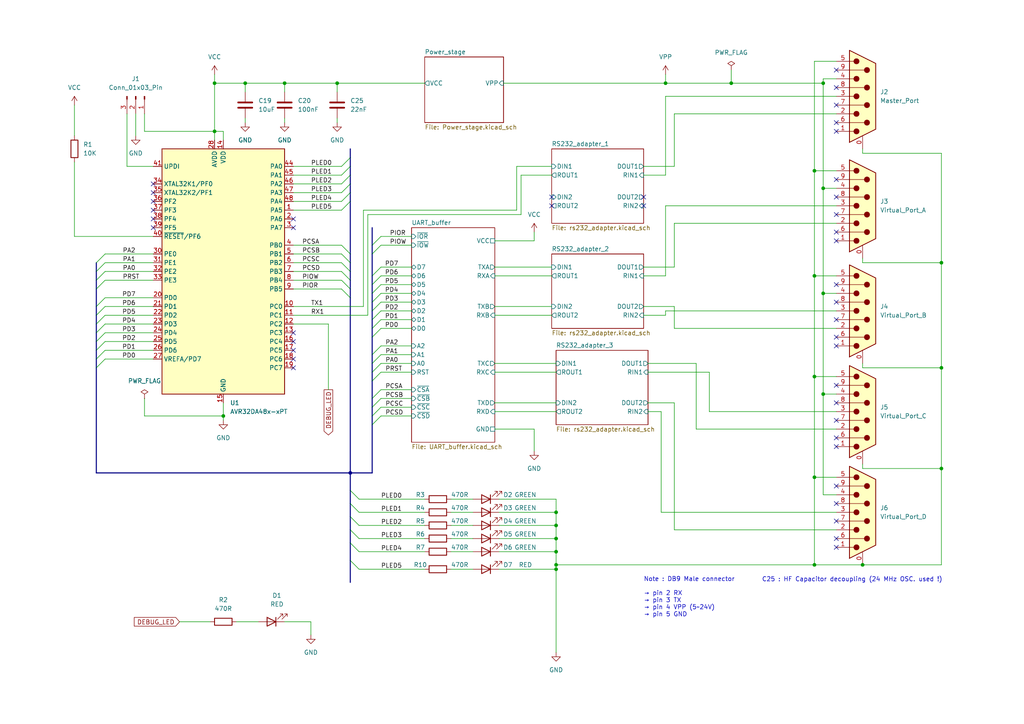
<source format=kicad_sch>
(kicad_sch (version 20230121) (generator eeschema)
  (paper "A4")
  (title_block (title "RS232_MUX") (date "2024-09-06") (rev "2.0") (company "INRAE"))
  (lib_symbols
    (symbol "Connector:Conn_01x03_Pin" (pin_names (offset 1.016) hide)
      (property "Reference" "J" (at 0 5.08 0))
      (property "Value" "Conn_01x03_Pin" (at 0 -5.08 0))
      (symbol "Conn_01x03_Pin_1_1"
        (polyline (pts (xy 1.27 -2.54) (xy 0.8636 -2.54)) (stroke (width 0.1524)))
        (polyline (pts (xy 1.27 0) (xy 0.8636 0)) (stroke (width 0.1524)))
        (polyline (pts (xy 1.27 2.54) (xy 0.8636 2.54)) (stroke (width 0.1524)))
        (rectangle (start 0.8636 -2.413) (end 0 -2.667) (stroke (width 0.1524)) (fill (type outline)))
        (rectangle (start 0.8636 0.127) (end 0 -0.127) (stroke (width 0.1524)) (fill (type outline)))
        (rectangle (start 0.8636 2.667) (end 0 2.413) (stroke (width 0.1524)) (fill (type outline)))
        (pin passive line (at 5.08 2.54 180) (length 3.81) (name "Pin_1") (number "1"))
        (pin passive line (at 5.08 0 180) (length 3.81) (name "Pin_2") (number "2"))
        (pin passive line (at 5.08 -2.54 180) (length 3.81) (name "Pin_3") (number "3"))
      )
    )
    (symbol "Connector:DE9_Plug_MountingHoles" (pin_names (offset 1.016) hide)
      (property "Reference" "J" (at 0 16.51 0))
      (property "Value" "DE9_Plug_MountingHoles" (at 0 14.605 0))
      (symbol "DE9_Plug_MountingHoles_0_1"
        (circle (center -1.778 -10.16) (radius 0.762) (fill (type outline)))
        (circle (center -1.778 -5.08) (radius 0.762) (fill (type outline)))
        (circle (center -1.778 0) (radius 0.762) (fill (type outline)))
        (circle (center -1.778 5.08) (radius 0.762) (fill (type outline)))
        (circle (center -1.778 10.16) (radius 0.762) (fill (type outline)))
        (polyline (pts (xy -3.81 -10.16) (xy -2.54 -10.16)))
        (polyline (pts (xy -3.81 -7.62) (xy 0.508 -7.62)))
        (polyline (pts (xy -3.81 -5.08) (xy -2.54 -5.08)))
        (polyline (pts (xy -3.81 -2.54) (xy 0.508 -2.54)))
        (polyline (pts (xy -3.81 0) (xy -2.54 0)))
        (polyline (pts (xy -3.81 2.54) (xy 0.508 2.54)))
        (polyline (pts (xy -3.81 5.08) (xy -2.54 5.08)))
        (polyline (pts (xy -3.81 7.62) (xy 0.508 7.62)))
        (polyline (pts (xy -3.81 10.16) (xy -2.54 10.16)))
        (polyline (pts (xy -3.81 -13.335) (xy -3.81 13.335) (xy 3.81 9.525) (xy 3.81 -9.525) (xy -3.81 -13.335)) (stroke (width 0.254)) (fill (type background)))
        (circle (center 1.27 -7.62) (radius 0.762) (fill (type outline)))
        (circle (center 1.27 -2.54) (radius 0.762) (fill (type outline)))
        (circle (center 1.27 2.54) (radius 0.762) (fill (type outline)))
        (circle (center 1.27 7.62) (radius 0.762) (fill (type outline)))
      )
      (symbol "DE9_Plug_MountingHoles_1_1"
        (pin passive line (at 0 -15.24 90) (length 3.81) (name "PAD") (number "0"))
        (pin passive line (at -7.62 -10.16 0) (length 3.81) (name "1") (number "1"))
        (pin passive line (at -7.62 -5.08 0) (length 3.81) (name "2") (number "2"))
        (pin passive line (at -7.62 0 0) (length 3.81) (name "3") (number "3"))
        (pin passive line (at -7.62 5.08 0) (length 3.81) (name "4") (number "4"))
        (pin passive line (at -7.62 10.16 0) (length 3.81) (name "5") (number "5"))
        (pin passive line (at -7.62 -7.62 0) (length 3.81) (name "6") (number "6"))
        (pin passive line (at -7.62 -2.54 0) (length 3.81) (name "7") (number "7"))
        (pin passive line (at -7.62 2.54 0) (length 3.81) (name "8") (number "8"))
        (pin passive line (at -7.62 7.62 0) (length 3.81) (name "9") (number "9"))
      )
    )
    (symbol "Device:C" (pin_numbers hide) (pin_names (offset 0.254))
      (property "Reference" "C" (at 0.635 2.54 0))
      (property "Value" "C" (at 0.635 -2.54 0))
      (symbol "C_0_1"
        (polyline (pts (xy -2.032 -0.762) (xy 2.032 -0.762)) (stroke (width 0.508)))
        (polyline (pts (xy -2.032 0.762) (xy 2.032 0.762)) (stroke (width 0.508)))
      )
      (symbol "C_1_1"
        (pin passive line (at 0 3.81 270) (length 2.794) (name "~") (number "1"))
        (pin passive line (at 0 -3.81 90) (length 2.794) (name "~") (number "2"))
      )
    )
    (symbol "Device:LED" (pin_numbers hide) (pin_names (offset 1.016) hide)
      (property "Reference" "D" (at 0 2.54 0))
      (property "Value" "LED" (at 0 -2.54 0))
      (symbol "LED_0_1"
        (polyline (pts (xy -1.27 -1.27) (xy -1.27 1.27)) (stroke (width 0.254)))
        (polyline (pts (xy -1.27 0) (xy 1.27 0)))
        (polyline (pts (xy 1.27 -1.27) (xy 1.27 1.27) (xy -1.27 0) (xy 1.27 -1.27)) (stroke (width 0.254)))
        (polyline (pts (xy -3.048 -0.762) (xy -4.572 -2.286) (xy -3.81 -2.286) (xy -4.572 -2.286) (xy -4.572 -1.524)))
        (polyline (pts (xy -1.778 -0.762) (xy -3.302 -2.286) (xy -2.54 -2.286) (xy -3.302 -2.286) (xy -3.302 -1.524)))
      )
      (symbol "LED_1_1"
        (pin passive line (at -3.81 0 0) (length 2.54) (name "K") (number "1"))
        (pin passive line (at 3.81 0 180) (length 2.54) (name "A") (number "2"))
      )
    )
    (symbol "Device:R" (pin_numbers hide) (pin_names (offset 0))
      (property "Reference" "R" (at 2.032 0 90))
      (property "Value" "R" (at 0 0 90))
      (symbol "R_0_1"
        (rectangle (start -1.016 -2.54) (end 1.016 2.54) (stroke (width 0.254)))
      )
      (symbol "R_1_1"
        (pin passive line (at 0 3.81 270) (length 1.27) (name "~") (number "1"))
        (pin passive line (at 0 -3.81 90) (length 1.27) (name "~") (number "2"))
      )
    )
    (symbol "MCU_Microchip_AVR_Dx:AVR32DA48x-xPT"
      (property "Reference" "U" (at -17.78 36.83 0))
      (property "Value" "AVR32DA48x-xPT" (at 5.08 -36.83 0))
      (symbol "AVR32DA48x-xPT_0_1"
        (rectangle (start -17.78 35.56) (end 17.78 -35.56) (stroke (width 0.254)) (fill (type background)))
      )
      (symbol "AVR32DA48x-xPT_1_1"
        (pin bidirectional line (at 20.32 17.78 180) (length 2.54) (name "PA5") (number "1"))
        (pin bidirectional line (at 20.32 -10.16 180) (length 2.54) (name "PC0") (number "10"))
        (pin bidirectional line (at 20.32 -12.7 180) (length 2.54) (name "PC1") (number "11"))
        (pin bidirectional line (at 20.32 -15.24 180) (length 2.54) (name "PC2") (number "12"))
        (pin bidirectional line (at 20.32 -17.78 180) (length 2.54) (name "PC3") (number "13"))
        (pin power_in line (at 0 38.1 270) (length 2.54) (name "VDD") (number "14"))
        (pin power_in line (at 0 -38.1 90) (length 2.54) (name "GND") (number "15"))
        (pin bidirectional line (at 20.32 -20.32 180) (length 2.54) (name "PC4") (number "16"))
        (pin bidirectional line (at 20.32 -22.86 180) (length 2.54) (name "PC5") (number "17"))
        (pin bidirectional line (at 20.32 -25.4 180) (length 2.54) (name "PC6") (number "18"))
        (pin bidirectional line (at 20.32 -27.94 180) (length 2.54) (name "PC7") (number "19"))
        (pin bidirectional line (at 20.32 15.24 180) (length 2.54) (name "PA6") (number "2"))
        (pin bidirectional line (at -20.32 -7.62 0) (length 2.54) (name "PD0") (number "20"))
        (pin bidirectional line (at -20.32 -10.16 0) (length 2.54) (name "PD1") (number "21"))
        (pin bidirectional line (at -20.32 -12.7 0) (length 2.54) (name "PD2") (number "22"))
        (pin bidirectional line (at -20.32 -15.24 0) (length 2.54) (name "PD3") (number "23"))
        (pin bidirectional line (at -20.32 -17.78 0) (length 2.54) (name "PD4") (number "24"))
        (pin bidirectional line (at -20.32 -20.32 0) (length 2.54) (name "PD5") (number "25"))
        (pin bidirectional line (at -20.32 -22.86 0) (length 2.54) (name "PD6") (number "26"))
        (pin bidirectional line (at -20.32 -25.4 0) (length 2.54) (name "VREFA/PD7") (number "27"))
        (pin power_in line (at -2.54 38.1 270) (length 2.54) (name "AVDD") (number "28"))
        (pin passive line (at 0 -38.1 90) (length 2.54) hide (name "GND") (number "29"))
        (pin bidirectional line (at 20.32 12.7 180) (length 2.54) (name "PA7") (number "3"))
        (pin bidirectional line (at -20.32 5.08 0) (length 2.54) (name "PE0") (number "30"))
        (pin bidirectional line (at -20.32 2.54 0) (length 2.54) (name "PE1") (number "31"))
        (pin bidirectional line (at -20.32 0 0) (length 2.54) (name "PE2") (number "32"))
        (pin bidirectional line (at -20.32 -2.54 0) (length 2.54) (name "PE3") (number "33"))
        (pin bidirectional line (at -20.32 25.4 0) (length 2.54) (name "XTAL32K1/PF0") (number "34"))
        (pin bidirectional line (at -20.32 22.86 0) (length 2.54) (name "XTAL32K2/PF1") (number "35"))
        (pin bidirectional line (at -20.32 20.32 0) (length 2.54) (name "PF2") (number "36"))
        (pin bidirectional line (at -20.32 17.78 0) (length 2.54) (name "PF3") (number "37"))
        (pin bidirectional line (at -20.32 15.24 0) (length 2.54) (name "PF4") (number "38"))
        (pin bidirectional line (at -20.32 12.7 0) (length 2.54) (name "PF5") (number "39"))
        (pin bidirectional line (at 20.32 7.62 180) (length 2.54) (name "PB0") (number "4"))
        (pin bidirectional line (at -20.32 10.16 0) (length 2.54) (name "~{RESET}/PF6") (number "40"))
        (pin input line (at -20.32 30.48 0) (length 2.54) (name "UPDI") (number "41"))
        (pin passive line (at 0 38.1 270) (length 2.54) hide (name "VDD") (number "42"))
        (pin passive line (at 0 -38.1 90) (length 2.54) hide (name "GND") (number "43"))
        (pin bidirectional line (at 20.32 30.48 180) (length 2.54) (name "PA0") (number "44"))
        (pin bidirectional line (at 20.32 27.94 180) (length 2.54) (name "PA1") (number "45"))
        (pin bidirectional line (at 20.32 25.4 180) (length 2.54) (name "PA2") (number "46"))
        (pin bidirectional line (at 20.32 22.86 180) (length 2.54) (name "PA3") (number "47"))
        (pin bidirectional line (at 20.32 20.32 180) (length 2.54) (name "PA4") (number "48"))
        (pin bidirectional line (at 20.32 5.08 180) (length 2.54) (name "PB1") (number "5"))
        (pin bidirectional line (at 20.32 2.54 180) (length 2.54) (name "PB2") (number "6"))
        (pin bidirectional line (at 20.32 0 180) (length 2.54) (name "PB3") (number "7"))
        (pin bidirectional line (at 20.32 -2.54 180) (length 2.54) (name "PB4") (number "8"))
        (pin bidirectional line (at 20.32 -5.08 180) (length 2.54) (name "PB5") (number "9"))
      )
    )
    (symbol "power:GND" (power) (pin_names (offset 0))
      (property "Value" "GND" (at 0 -3.81 0))
      (symbol "GND_0_1"
        (polyline (pts (xy 0 0) (xy 0 -1.27) (xy 1.27 -1.27) (xy 0 -2.54) (xy -1.27 -1.27) (xy 0 -1.27)))
      )
      (symbol "GND_1_1"
        (pin power_in line (at 0 0 270) (length 0) hide (name "GND") (number "1"))
      )
    )
    (symbol "power:PWR_FLAG" (power) (pin_numbers hide) (pin_names (offset 0) hide)
      (property "Value" "PWR_FLAG" (at 0 3.81 0))
      (symbol "PWR_FLAG_0_0"
        (pin power_out line (at 0 0 90) (length 0) (name "pwr") (number "1"))
      )
      (symbol "PWR_FLAG_0_1"
        (polyline (pts (xy 0 0) (xy 0 1.27) (xy -1.016 1.905) (xy 0 2.54) (xy 1.016 1.905) (xy 0 1.27)))
      )
    )
    (symbol "power:VCC" (power) (pin_names (offset 0))
      (property "Value" "VCC" (at 0 3.81 0))
      (symbol "VCC_0_1"
        (polyline (pts (xy -0.762 1.27) (xy 0 2.54)))
        (polyline (pts (xy 0 0) (xy 0 2.54)))
        (polyline (pts (xy 0 2.54) (xy 0.762 1.27)))
      )
      (symbol "VCC_1_1"
        (pin power_in line (at 0 0 90) (length 0) hide (name "VCC") (number "1"))
      )
    )
    (symbol "power:VPP" (power) (pin_names (offset 0))
      (property "Value" "VPP" (at 0 3.81 0))
      (symbol "VPP_0_1"
        (polyline (pts (xy -0.762 1.27) (xy 0 2.54)))
        (polyline (pts (xy 0 0) (xy 0 2.54)))
        (polyline (pts (xy 0 2.54) (xy 0.762 1.27)))
      )
      (symbol "VPP_1_1"
        (pin power_in line (at 0 0 90) (length 0) hide (name "VPP") (number "1"))
      )
    )
  )
  (junction (at 250.19 163.83))
  (junction (at 161.29 152.4))
  (junction (at 101.6 137.16))
  (junction (at 161.29 156.21))
  (junction (at 236.22 49.53))
  (junction (at 273.05 135.89))
  (junction (at 273.05 76.2))
  (junction (at 236.22 138.43))
  (junction (at 62.23 38.1))
  (junction (at 238.76 85.09))
  (junction (at 82.55 24.13))
  (junction (at 161.29 165.1))
  (junction (at 193.04 24.13))
  (junction (at 161.29 148.59))
  (junction (at 161.29 160.02))
  (junction (at 236.22 163.83))
  (junction (at 71.12 24.13))
  (junction (at 97.79 24.13))
  (junction (at 161.29 163.83))
  (junction (at 64.77 120.65))
  (junction (at 238.76 54.61))
  (junction (at 238.76 24.13))
  (junction (at 273.05 106.68))
  (junction (at 212.09 24.13))
  (junction (at 238.76 114.3))
  (junction (at 62.23 24.13))
  (junction (at 236.22 109.22))
  (junction (at 236.22 80.01))
  (no_connect (at 160.02 59.69))
  (no_connect (at 85.09 101.6))
  (no_connect (at 242.57 127))
  (no_connect (at 242.57 156.21))
  (no_connect (at 242.57 25.4))
  (no_connect (at 44.45 58.42))
  (no_connect (at 85.09 99.06))
  (no_connect (at 186.69 59.69))
  (no_connect (at 242.57 100.33))
  (no_connect (at 44.45 66.04))
  (no_connect (at 242.57 158.75))
  (no_connect (at 242.57 146.05))
  (no_connect (at 242.57 116.84))
  (no_connect (at 242.57 67.31))
  (no_connect (at 242.57 82.55))
  (no_connect (at 242.57 87.63))
  (no_connect (at 186.69 57.15))
  (no_connect (at 44.45 63.5))
  (no_connect (at 242.57 52.07))
  (no_connect (at 242.57 30.48))
  (no_connect (at 44.45 60.96))
  (no_connect (at 242.57 38.1))
  (no_connect (at 242.57 151.13))
  (no_connect (at 85.09 63.5))
  (no_connect (at 242.57 121.92))
  (no_connect (at 242.57 57.15))
  (no_connect (at 242.57 129.54))
  (no_connect (at 85.09 96.52))
  (no_connect (at 85.09 106.68))
  (no_connect (at 242.57 140.97))
  (no_connect (at 242.57 35.56))
  (no_connect (at 44.45 53.34))
  (no_connect (at 242.57 20.32))
  (no_connect (at 44.45 55.88))
  (no_connect (at 85.09 104.14))
  (no_connect (at 242.57 69.85))
  (no_connect (at 242.57 97.79))
  (no_connect (at 85.09 66.04))
  (no_connect (at 160.02 57.15))
  (no_connect (at 242.57 111.76))
  (no_connect (at 242.57 92.71))
  (no_connect (at 242.57 62.23))
  (bus_entry (at 27.94 91.44) (size 2.54 -2.54))
  (bus_entry (at 27.94 101.6) (size 2.54 -2.54))
  (bus_entry (at 99.06 83.82) (size 2.54 2.54))
  (bus_entry (at 27.94 99.06) (size 2.54 -2.54))
  (bus_entry (at 107.95 82.55) (size 2.54 -2.54))
  (bus_entry (at 107.95 92.71) (size 2.54 -2.54))
  (bus_entry (at 27.94 93.98) (size 2.54 -2.54))
  (bus_entry (at 27.94 83.82) (size 2.54 -2.54))
  (bus_entry (at 27.94 96.52) (size 2.54 -2.54))
  (bus_entry (at 107.95 80.01) (size 2.54 -2.54))
  (bus_entry (at 99.06 48.26) (size 2.54 -2.54))
  (bus_entry (at 99.06 60.96) (size 2.54 -2.54))
  (bus_entry (at 107.95 115.57) (size 2.54 -2.54))
  (bus_entry (at 99.06 73.66) (size 2.54 2.54))
  (bus_entry (at 101.6 157.48) (size 2.54 2.54))
  (bus_entry (at 107.95 123.19) (size 2.54 -2.54))
  (bus_entry (at 101.6 146.05) (size 2.54 2.54))
  (bus_entry (at 101.6 149.86) (size 2.54 2.54))
  (bus_entry (at 101.6 162.56) (size 2.54 2.54))
  (bus_entry (at 107.95 120.65) (size 2.54 -2.54))
  (bus_entry (at 99.06 50.8) (size 2.54 -2.54))
  (bus_entry (at 107.95 107.95) (size 2.54 -2.54))
  (bus_entry (at 27.94 88.9) (size 2.54 -2.54))
  (bus_entry (at 107.95 95.25) (size 2.54 -2.54))
  (bus_entry (at 27.94 78.74) (size 2.54 -2.54))
  (bus_entry (at 99.06 76.2) (size 2.54 2.54))
  (bus_entry (at 107.95 71.12) (size 2.54 -2.54))
  (bus_entry (at 101.6 142.24) (size 2.54 2.54))
  (bus_entry (at 27.94 76.2) (size 2.54 -2.54))
  (bus_entry (at 99.06 55.88) (size 2.54 -2.54))
  (bus_entry (at 107.95 97.79) (size 2.54 -2.54))
  (bus_entry (at 99.06 53.34) (size 2.54 -2.54))
  (bus_entry (at 107.95 118.11) (size 2.54 -2.54))
  (bus_entry (at 107.95 85.09) (size 2.54 -2.54))
  (bus_entry (at 107.95 102.87) (size 2.54 -2.54))
  (bus_entry (at 107.95 90.17) (size 2.54 -2.54))
  (bus_entry (at 107.95 105.41) (size 2.54 -2.54))
  (bus_entry (at 99.06 78.74) (size 2.54 2.54))
  (bus_entry (at 99.06 71.12) (size 2.54 2.54))
  (bus_entry (at 107.95 87.63) (size 2.54 -2.54))
  (bus_entry (at 27.94 106.68) (size 2.54 -2.54))
  (bus_entry (at 99.06 58.42) (size 2.54 -2.54))
  (bus_entry (at 107.95 110.49) (size 2.54 -2.54))
  (bus_entry (at 101.6 153.67) (size 2.54 2.54))
  (bus_entry (at 27.94 81.28) (size 2.54 -2.54))
  (bus_entry (at 27.94 104.14) (size 2.54 -2.54))
  (bus_entry (at 107.95 73.66) (size 2.54 -2.54))
  (bus_entry (at 99.06 81.28) (size 2.54 2.54))
  (wire (pts (xy 110.49 77.47) (xy 119.38 77.47)))
  (wire (pts (xy 151.13 62.23) (xy 151.13 50.8)))
  (bus (pts (xy 107.95 105.41) (xy 107.95 107.95)))
  (wire (pts (xy 250.19 135.89) (xy 273.05 135.89)))
  (bus (pts (xy 101.6 48.26) (xy 101.6 50.8)))
  (wire (pts (xy 143.51 69.85) (xy 154.94 69.85)))
  (wire (pts (xy 110.49 120.65) (xy 119.38 120.65)))
  (wire (pts (xy 144.78 165.1) (xy 161.29 165.1)))
  (wire (pts (xy 85.09 78.74) (xy 99.06 78.74)))
  (bus (pts (xy 101.6 86.36) (xy 101.6 137.16)))
  (wire (pts (xy 62.23 24.13) (xy 71.12 24.13)))
  (wire (pts (xy 30.48 73.66) (xy 44.45 73.66)))
  (wire (pts (xy 85.09 48.26) (xy 99.06 48.26)))
  (wire (pts (xy 195.58 33.02) (xy 242.57 33.02)))
  (wire (pts (xy 236.22 49.53) (xy 236.22 17.78)))
  (wire (pts (xy 193.04 59.69) (xy 242.57 59.69)))
  (wire (pts (xy 41.91 115.57) (xy 41.91 120.65)))
  (bus (pts (xy 107.95 115.57) (xy 107.95 118.11)))
  (wire (pts (xy 85.09 60.96) (xy 99.06 60.96)))
  (bus (pts (xy 27.94 96.52) (xy 27.94 99.06)))
  (wire (pts (xy 64.77 38.1) (xy 62.23 38.1)))
  (wire (pts (xy 21.59 68.58) (xy 21.59 46.99)))
  (wire (pts (xy 30.48 99.06) (xy 44.45 99.06)))
  (bus (pts (xy 101.6 50.8) (xy 101.6 53.34)))
  (bus (pts (xy 101.6 73.66) (xy 101.6 76.2)))
  (wire (pts (xy 195.58 153.67) (xy 242.57 153.67)))
  (bus (pts (xy 27.94 104.14) (xy 27.94 106.68)))
  (wire (pts (xy 193.04 50.8) (xy 186.69 50.8)))
  (bus (pts (xy 101.6 153.67) (xy 101.6 157.48)))
  (wire (pts (xy 161.29 148.59) (xy 161.29 152.4)))
  (wire (pts (xy 193.04 24.13) (xy 212.09 24.13)))
  (wire (pts (xy 110.49 68.58) (xy 119.38 68.58)))
  (wire (pts (xy 110.49 92.71) (xy 119.38 92.71)))
  (wire (pts (xy 161.29 163.83) (xy 161.29 165.1)))
  (wire (pts (xy 52.07 180.34) (xy 60.96 180.34)))
  (wire (pts (xy 41.91 33.02) (xy 41.91 38.1)))
  (wire (pts (xy 273.05 106.68) (xy 273.05 135.89)))
  (wire (pts (xy 250.19 44.45) (xy 273.05 44.45)))
  (wire (pts (xy 236.22 49.53) (xy 236.22 80.01)))
  (bus (pts (xy 107.95 82.55) (xy 107.95 85.09)))
  (wire (pts (xy 250.19 134.62) (xy 250.19 135.89)))
  (bus (pts (xy 107.95 87.63) (xy 107.95 90.17)))
  (bus (pts (xy 107.95 95.25) (xy 107.95 97.79)))
  (wire (pts (xy 144.78 144.78) (xy 161.29 144.78)))
  (bus (pts (xy 107.95 123.19) (xy 107.95 137.16)))
  (wire (pts (xy 85.09 91.44) (xy 106.68 91.44)))
  (wire (pts (xy 62.23 21.59) (xy 62.23 24.13)))
  (wire (pts (xy 104.14 165.1) (xy 123.19 165.1)))
  (bus (pts (xy 107.95 80.01) (xy 107.95 82.55)))
  (wire (pts (xy 71.12 34.29) (xy 71.12 35.56)))
  (wire (pts (xy 143.51 119.38) (xy 161.29 119.38)))
  (wire (pts (xy 71.12 26.67) (xy 71.12 24.13)))
  (wire (pts (xy 195.58 77.47) (xy 195.58 64.77)))
  (bus (pts (xy 101.6 83.82) (xy 101.6 86.36)))
  (bus (pts (xy 107.95 120.65) (xy 107.95 123.19)))
  (wire (pts (xy 104.14 160.02) (xy 123.19 160.02)))
  (bus (pts (xy 107.95 85.09) (xy 107.95 87.63)))
  (bus (pts (xy 101.6 146.05) (xy 101.6 149.86)))
  (wire (pts (xy 110.49 82.55) (xy 119.38 82.55)))
  (wire (pts (xy 110.49 118.11) (xy 119.38 118.11)))
  (wire (pts (xy 193.04 90.17) (xy 193.04 91.44)))
  (bus (pts (xy 27.94 137.16) (xy 101.6 137.16)))
  (wire (pts (xy 186.69 88.9) (xy 195.58 88.9)))
  (wire (pts (xy 143.51 80.01) (xy 160.02 80.01)))
  (wire (pts (xy 39.37 33.02) (xy 39.37 39.37)))
  (wire (pts (xy 104.14 156.21) (xy 123.19 156.21)))
  (wire (pts (xy 238.76 85.09) (xy 238.76 114.3)))
  (wire (pts (xy 193.04 91.44) (xy 186.69 91.44)))
  (wire (pts (xy 106.68 62.23) (xy 106.68 91.44)))
  (wire (pts (xy 205.74 119.38) (xy 205.74 107.95)))
  (wire (pts (xy 30.48 104.14) (xy 44.45 104.14)))
  (wire (pts (xy 110.49 95.25) (xy 119.38 95.25)))
  (wire (pts (xy 143.51 124.46) (xy 154.94 124.46)))
  (wire (pts (xy 143.51 91.44) (xy 160.02 91.44)))
  (wire (pts (xy 161.29 160.02) (xy 161.29 163.83)))
  (wire (pts (xy 187.96 105.41) (xy 201.93 105.41)))
  (wire (pts (xy 236.22 49.53) (xy 242.57 49.53)))
  (wire (pts (xy 144.78 160.02) (xy 161.29 160.02)))
  (wire (pts (xy 30.48 88.9) (xy 44.45 88.9)))
  (wire (pts (xy 30.48 78.74) (xy 44.45 78.74)))
  (wire (pts (xy 195.58 33.02) (xy 195.58 48.26)))
  (wire (pts (xy 236.22 138.43) (xy 242.57 138.43)))
  (wire (pts (xy 212.09 20.32) (xy 212.09 24.13)))
  (wire (pts (xy 130.81 156.21) (xy 137.16 156.21)))
  (wire (pts (xy 85.09 73.66) (xy 99.06 73.66)))
  (bus (pts (xy 101.6 137.16) (xy 107.95 137.16)))
  (wire (pts (xy 64.77 40.64) (xy 64.77 38.1)))
  (wire (pts (xy 250.19 76.2) (xy 273.05 76.2)))
  (wire (pts (xy 161.29 156.21) (xy 161.29 160.02)))
  (wire (pts (xy 82.55 26.67) (xy 82.55 24.13)))
  (bus (pts (xy 107.95 66.04) (xy 107.95 71.12)))
  (wire (pts (xy 64.77 116.84) (xy 64.77 120.65)))
  (wire (pts (xy 97.79 24.13) (xy 97.79 26.67)))
  (wire (pts (xy 30.48 86.36) (xy 44.45 86.36)))
  (wire (pts (xy 130.81 165.1) (xy 137.16 165.1)))
  (wire (pts (xy 242.57 54.61) (xy 238.76 54.61)))
  (wire (pts (xy 143.51 105.41) (xy 161.29 105.41)))
  (wire (pts (xy 30.48 76.2) (xy 44.45 76.2)))
  (wire (pts (xy 161.29 165.1) (xy 161.29 189.23)))
  (wire (pts (xy 30.48 81.28) (xy 44.45 81.28)))
  (wire (pts (xy 273.05 76.2) (xy 273.05 106.68)))
  (bus (pts (xy 107.95 102.87) (xy 107.95 105.41)))
  (bus (pts (xy 101.6 149.86) (xy 101.6 153.67)))
  (wire (pts (xy 30.48 96.52) (xy 44.45 96.52)))
  (wire (pts (xy 242.57 148.59) (xy 191.77 148.59)))
  (wire (pts (xy 146.05 24.13) (xy 193.04 24.13)))
  (wire (pts (xy 250.19 105.41) (xy 250.19 106.68)))
  (wire (pts (xy 201.93 105.41) (xy 201.93 124.46)))
  (wire (pts (xy 195.58 88.9) (xy 195.58 95.25)))
  (wire (pts (xy 85.09 83.82) (xy 99.06 83.82)))
  (wire (pts (xy 191.77 119.38) (xy 187.96 119.38)))
  (wire (pts (xy 95.25 113.03) (xy 95.25 93.98)))
  (bus (pts (xy 107.95 107.95) (xy 107.95 110.49)))
  (wire (pts (xy 130.81 160.02) (xy 137.16 160.02)))
  (bus (pts (xy 101.6 157.48) (xy 101.6 162.56)))
  (wire (pts (xy 273.05 44.45) (xy 273.05 76.2)))
  (wire (pts (xy 149.86 48.26) (xy 160.02 48.26)))
  (wire (pts (xy 41.91 38.1) (xy 62.23 38.1)))
  (wire (pts (xy 238.76 54.61) (xy 238.76 85.09)))
  (wire (pts (xy 144.78 156.21) (xy 161.29 156.21)))
  (wire (pts (xy 85.09 50.8) (xy 99.06 50.8)))
  (bus (pts (xy 27.94 91.44) (xy 27.94 93.98)))
  (wire (pts (xy 110.49 90.17) (xy 119.38 90.17)))
  (wire (pts (xy 44.45 68.58) (xy 21.59 68.58)))
  (wire (pts (xy 85.09 88.9) (xy 105.41 88.9)))
  (bus (pts (xy 101.6 43.18) (xy 101.6 45.72)))
  (wire (pts (xy 187.96 116.84) (xy 195.58 116.84)))
  (wire (pts (xy 85.09 81.28) (xy 99.06 81.28)))
  (bus (pts (xy 101.6 162.56) (xy 101.6 168.91)))
  (wire (pts (xy 149.86 60.96) (xy 149.86 48.26)))
  (wire (pts (xy 250.19 44.45) (xy 250.19 43.18)))
  (wire (pts (xy 250.19 74.93) (xy 250.19 76.2)))
  (wire (pts (xy 236.22 138.43) (xy 236.22 163.83)))
  (bus (pts (xy 107.95 97.79) (xy 107.95 102.87)))
  (bus (pts (xy 101.6 76.2) (xy 101.6 78.74)))
  (wire (pts (xy 30.48 101.6) (xy 44.45 101.6)))
  (wire (pts (xy 242.57 114.3) (xy 238.76 114.3)))
  (wire (pts (xy 64.77 120.65) (xy 64.77 121.92)))
  (bus (pts (xy 107.95 118.11) (xy 107.95 120.65)))
  (wire (pts (xy 36.83 48.26) (xy 44.45 48.26)))
  (wire (pts (xy 151.13 50.8) (xy 160.02 50.8)))
  (wire (pts (xy 236.22 163.83) (xy 161.29 163.83)))
  (wire (pts (xy 82.55 34.29) (xy 82.55 35.56)))
  (wire (pts (xy 195.58 48.26) (xy 186.69 48.26)))
  (wire (pts (xy 195.58 64.77) (xy 242.57 64.77)))
  (wire (pts (xy 242.57 22.86) (xy 238.76 22.86)))
  (bus (pts (xy 101.6 81.28) (xy 101.6 83.82)))
  (wire (pts (xy 62.23 24.13) (xy 62.23 38.1)))
  (wire (pts (xy 250.19 106.68) (xy 273.05 106.68)))
  (wire (pts (xy 242.57 27.94) (xy 193.04 27.94)))
  (wire (pts (xy 85.09 58.42) (xy 99.06 58.42)))
  (bus (pts (xy 27.94 99.06) (xy 27.94 101.6)))
  (wire (pts (xy 110.49 105.41) (xy 119.38 105.41)))
  (wire (pts (xy 41.91 120.65) (xy 64.77 120.65)))
  (wire (pts (xy 110.49 87.63) (xy 119.38 87.63)))
  (wire (pts (xy 105.41 60.96) (xy 149.86 60.96)))
  (bus (pts (xy 27.94 78.74) (xy 27.94 81.28)))
  (bus (pts (xy 107.95 92.71) (xy 107.95 95.25)))
  (wire (pts (xy 193.04 27.94) (xy 193.04 50.8)))
  (wire (pts (xy 191.77 148.59) (xy 191.77 119.38)))
  (wire (pts (xy 238.76 22.86) (xy 238.76 24.13)))
  (bus (pts (xy 27.94 76.2) (xy 27.94 78.74)))
  (wire (pts (xy 110.49 80.01) (xy 119.38 80.01)))
  (bus (pts (xy 107.95 110.49) (xy 107.95 115.57)))
  (bus (pts (xy 107.95 90.17) (xy 107.95 92.71)))
  (bus (pts (xy 107.95 73.66) (xy 107.95 80.01)))
  (wire (pts (xy 104.14 148.59) (xy 123.19 148.59)))
  (wire (pts (xy 242.57 119.38) (xy 205.74 119.38)))
  (bus (pts (xy 101.6 58.42) (xy 101.6 73.66)))
  (bus (pts (xy 107.95 71.12) (xy 107.95 73.66)))
  (wire (pts (xy 82.55 24.13) (xy 97.79 24.13)))
  (wire (pts (xy 85.09 53.34) (xy 99.06 53.34)))
  (wire (pts (xy 130.81 148.59) (xy 137.16 148.59)))
  (wire (pts (xy 201.93 124.46) (xy 242.57 124.46)))
  (wire (pts (xy 104.14 152.4) (xy 123.19 152.4)))
  (bus (pts (xy 101.6 55.88) (xy 101.6 58.42)))
  (wire (pts (xy 193.04 24.13) (xy 193.04 21.59)))
  (wire (pts (xy 110.49 107.95) (xy 119.38 107.95)))
  (bus (pts (xy 27.94 83.82) (xy 27.94 88.9)))
  (wire (pts (xy 193.04 59.69) (xy 193.04 80.01)))
  (bus (pts (xy 27.94 93.98) (xy 27.94 96.52)))
  (wire (pts (xy 30.48 91.44) (xy 44.45 91.44)))
  (bus (pts (xy 101.6 142.24) (xy 101.6 146.05)))
  (wire (pts (xy 97.79 24.13) (xy 123.19 24.13)))
  (bus (pts (xy 27.94 101.6) (xy 27.94 104.14)))
  (bus (pts (xy 101.6 53.34) (xy 101.6 55.88)))
  (wire (pts (xy 21.59 39.37) (xy 21.59 30.48)))
  (wire (pts (xy 30.48 93.98) (xy 44.45 93.98)))
  (wire (pts (xy 236.22 80.01) (xy 236.22 109.22)))
  (wire (pts (xy 110.49 100.33) (xy 119.38 100.33)))
  (bus (pts (xy 27.94 88.9) (xy 27.94 91.44)))
  (wire (pts (xy 110.49 113.03) (xy 119.38 113.03)))
  (wire (pts (xy 236.22 109.22) (xy 242.57 109.22)))
  (bus (pts (xy 27.94 106.68) (xy 27.94 137.16)))
  (wire (pts (xy 212.09 24.13) (xy 238.76 24.13)))
  (wire (pts (xy 106.68 62.23) (xy 151.13 62.23)))
  (wire (pts (xy 110.49 85.09) (xy 119.38 85.09)))
  (wire (pts (xy 186.69 77.47) (xy 195.58 77.47)))
  (bus (pts (xy 101.6 78.74) (xy 101.6 81.28)))
  (wire (pts (xy 62.23 38.1) (xy 62.23 40.64)))
  (wire (pts (xy 105.41 88.9) (xy 105.41 60.96)))
  (wire (pts (xy 242.57 143.51) (xy 238.76 143.51)))
  (wire (pts (xy 193.04 80.01) (xy 186.69 80.01)))
  (wire (pts (xy 143.51 116.84) (xy 161.29 116.84)))
  (wire (pts (xy 205.74 107.95) (xy 187.96 107.95)))
  (wire (pts (xy 238.76 24.13) (xy 238.76 54.61)))
  (wire (pts (xy 195.58 116.84) (xy 195.58 153.67)))
  (wire (pts (xy 85.09 55.88) (xy 99.06 55.88)))
  (wire (pts (xy 85.09 71.12) (xy 99.06 71.12)))
  (wire (pts (xy 242.57 90.17) (xy 193.04 90.17)))
  (wire (pts (xy 273.05 135.89) (xy 273.05 163.83)))
  (wire (pts (xy 130.81 152.4) (xy 137.16 152.4)))
  (wire (pts (xy 236.22 163.83) (xy 250.19 163.83)))
  (wire (pts (xy 161.29 152.4) (xy 161.29 156.21)))
  (wire (pts (xy 68.58 180.34) (xy 74.93 180.34)))
  (wire (pts (xy 236.22 17.78) (xy 242.57 17.78)))
  (bus (pts (xy 101.6 45.72) (xy 101.6 48.26)))
  (wire (pts (xy 130.81 144.78) (xy 137.16 144.78)))
  (wire (pts (xy 97.79 34.29) (xy 97.79 35.56)))
  (wire (pts (xy 95.25 93.98) (xy 85.09 93.98)))
  (wire (pts (xy 242.57 85.09) (xy 238.76 85.09)))
  (wire (pts (xy 154.94 124.46) (xy 154.94 130.81)))
  (wire (pts (xy 110.49 71.12) (xy 119.38 71.12)))
  (wire (pts (xy 82.55 180.34) (xy 90.17 180.34)))
  (wire (pts (xy 144.78 152.4) (xy 161.29 152.4)))
  (wire (pts (xy 104.14 144.78) (xy 123.19 144.78)))
  (wire (pts (xy 273.05 163.83) (xy 250.19 163.83)))
  (wire (pts (xy 143.51 107.95) (xy 161.29 107.95)))
  (wire (pts (xy 36.83 48.26) (xy 36.83 33.02)))
  (wire (pts (xy 110.49 102.87) (xy 119.38 102.87)))
  (bus (pts (xy 101.6 137.16) (xy 101.6 142.24)))
  (wire (pts (xy 143.51 77.47) (xy 160.02 77.47)))
  (wire (pts (xy 195.58 95.25) (xy 242.57 95.25)))
  (wire (pts (xy 110.49 115.57) (xy 119.38 115.57)))
  (wire (pts (xy 90.17 180.34) (xy 90.17 184.15)))
  (wire (pts (xy 154.94 69.85) (xy 154.94 67.31)))
  (wire (pts (xy 236.22 109.22) (xy 236.22 138.43)))
  (wire (pts (xy 143.51 88.9) (xy 160.02 88.9)))
  (wire (pts (xy 144.78 148.59) (xy 161.29 148.59)))
  (wire (pts (xy 238.76 114.3) (xy 238.76 143.51)))
  (wire (pts (xy 71.12 24.13) (xy 82.55 24.13)))
  (wire (pts (xy 161.29 144.78) (xy 161.29 148.59)))
  (wire (pts (xy 236.22 80.01) (xy 242.57 80.01)))
  (bus (pts (xy 27.94 81.28) (xy 27.94 83.82)))
  (wire (pts (xy 85.09 76.2) (xy 99.06 76.2)))
  (text "C25 : HF Capacitor decoupling (24 MHz OSC. used !)" (at 220.98 168.91 0) (effects (font (size 1.27 1.27)) (justify left bottom)))
  (text "Note : DB9 Male connector\n\n→ pin 2 RX\n→ pin 3 TX\n→ pin 4 VPP (5~24V)\n→ pin 5 GND" (at 186.69 179.07 0) (effects (font (size 1.27 1.27)) (justify left bottom)))
  (label "PCSB" (at 87.63 73.66 0))
  (label "PLED4" (at 90.17 58.42 0))
  (label "PLED2" (at 90.17 53.34 0))
  (label "PIOW" (at 113.03 71.12 0))
  (label "PD2" (at 39.37 99.06 180))
  (label "PA1" (at 111.76 102.87 0))
  (label "PLED5" (at 110.49 165.1 0))
  (label "PRST" (at 111.76 107.95 0))
  (label "PLED1" (at 110.49 148.59 0))
  (label "PCSD" (at 87.63 78.74 0))
  (label "PD3" (at 39.37 96.52 180))
  (label "PD0" (at 115.57 95.25 180))
  (label "PCSD" (at 111.76 120.65 0))
  (label "PA2" (at 111.76 100.33 0))
  (label "PLED1" (at 90.17 50.8 0))
  (label "PD6" (at 115.57 80.01 180))
  (label "PA2" (at 35.56 73.66 0))
  (label "PD6" (at 39.37 88.9 180))
  (label "PCSC" (at 111.76 118.11 0))
  (label "PIOR" (at 87.63 83.82 0))
  (label "PLED0" (at 110.49 144.78 0))
  (label "PA0" (at 111.76 105.41 0))
  (label "PCSA" (at 87.63 71.12 0))
  (label "PLED3" (at 110.49 156.21 0))
  (label "PD4" (at 115.57 85.09 180))
  (label "PA0" (at 35.56 78.74 0))
  (label "PD5" (at 115.57 82.55 180))
  (label "PLED0" (at 90.17 48.26 0))
  (label "PD7" (at 39.37 86.36 180))
  (label "PIOR" (at 113.03 68.58 0))
  (label "PLED2" (at 110.49 152.4 0))
  (label "PLED3" (at 90.17 55.88 0))
  (label "PCSA" (at 111.76 113.03 0))
  (label "PD2" (at 115.57 90.17 180))
  (label "PD0" (at 39.37 104.14 180))
  (label "PD1" (at 39.37 101.6 180))
  (label "PLED5" (at 90.17 60.96 0))
  (label "PRST" (at 35.56 81.28 0))
  (label "PA1" (at 35.56 76.2 0))
  (label "PCSB" (at 111.76 115.57 0))
  (label "PD1" (at 115.57 92.71 180))
  (label "PD7" (at 115.57 77.47 180))
  (label "PD4" (at 39.37 93.98 180))
  (label "PLED4" (at 110.49 160.02 0))
  (label "PIOW" (at 87.63 81.28 0))
  (label "TX1" (at 90.17 88.9 0))
  (label "PD3" (at 115.57 87.63 180))
  (label "PCSC" (at 87.63 76.2 0))
  (label "RX1" (at 90.17 91.44 0))
  (label "PD5" (at 39.37 91.44 180))
  (global_label "DEBUG_LED" (shape output) (at 95.25 113.03 270) (property "Intersheetrefs" "${INTERSHEET_REFS}" (effects hide)))
  (global_label "DEBUG_LED" (shape input) (at 52.07 180.34 180) (property "Intersheetrefs" "${INTERSHEET_REFS}" (effects hide)))
  (symbol (lib_id "Device:R") (at 127 160.02 90) (unit 1)
    (property "Reference" "R7" (at 121.92 158.75 90))
    (property "Value" "470R" (at 133.35 158.75 90))
    (property "Footprint" "Resistor_SMD:R_0805_2012Metric_Pad1.20x1.40mm_HandSolder" (effects hide))
  )
  (symbol (lib_id "Device:R") (at 127 165.1 90) (unit 1)
    (property "Reference" "R10" (at 121.92 163.83 90))
    (property "Value" "470R" (at 133.35 163.83 90))
    (property "Footprint" "Resistor_SMD:R_0805_2012Metric_Pad1.20x1.40mm_HandSolder" (effects hide))
  )
  (symbol (lib_id "power:GND") (at 82.55 35.56 0) (unit 1)
    (property "Reference" "#PWR017" (effects hide))
    (property "Value" "GND" (at 82.55 40.64 0))
  )
  (symbol (lib_id "Device:R") (at 127 152.4 90) (unit 1)
    (property "Reference" "R5" (at 121.92 151.13 90))
    (property "Value" "470R" (at 133.35 151.13 90))
    (property "Footprint" "Resistor_SMD:R_0805_2012Metric_Pad1.20x1.40mm_HandSolder" (effects hide))
  )
  (symbol (lib_id "Connector:DE9_Plug_MountingHoles") (at 250.19 59.69 0) (unit 1)
    (property "Reference" "J3" (at 255.27 58.42 0) (effects (justify left)))
    (property "Value" "Virtual_Port_A" (at 255.27 60.96 0) (effects (justify left)))
    (property "Footprint" "Connector_Dsub:DSUB-9_Male_Vertical_P2.77x2.84mm_MountingHoles" (effects hide))
    (property "Datasheet" " ~" (effects hide))
  )
  (symbol (lib_id "power:VCC") (at 62.23 21.59 0) (unit 1)
    (property "Reference" "#PWR013" (effects hide))
    (property "Value" "VCC" (at 62.23 16.51 0))
  )
  (symbol (lib_id "power:GND") (at 64.77 121.92 0) (unit 1)
    (property "Reference" "#PWR014" (effects hide))
    (property "Value" "GND" (at 64.77 127 0))
  )
  (symbol (lib_id "Device:R") (at 21.59 43.18 0) (unit 1)
    (property "Reference" "R1" (at 24.13 41.91 0) (effects (justify left)))
    (property "Value" "10K" (at 24.13 44.45 0) (effects (justify left)))
    (property "Footprint" "Resistor_SMD:R_0805_2012Metric_Pad1.20x1.40mm_HandSolder" (effects hide))
  )
  (symbol (lib_id "power:GND") (at 90.17 184.15 0) (unit 1)
    (property "Reference" "#PWR022" (effects hide))
    (property "Value" "GND" (at 90.17 189.23 0))
  )
  (symbol (lib_id "Device:R") (at 127 144.78 90) (unit 1)
    (property "Reference" "R3" (at 121.92 143.51 90))
    (property "Value" "470R" (at 133.35 143.51 90))
    (property "Footprint" "Resistor_SMD:R_0805_2012Metric_Pad1.20x1.40mm_HandSolder" (effects hide))
  )
  (symbol (lib_id "power:PWR_FLAG") (at 212.09 20.32 0) (unit 1)
    (property "Reference" "#FLG02" (effects hide))
    (property "Value" "PWR_FLAG" (at 212.09 15.24 0))
  )
  (symbol (lib_id "Device:R") (at 127 156.21 90) (unit 1)
    (property "Reference" "R6" (at 121.92 154.94 90))
    (property "Value" "470R" (at 133.35 154.94 90))
    (property "Footprint" "Resistor_SMD:R_0805_2012Metric_Pad1.20x1.40mm_HandSolder" (effects hide))
  )
  (symbol (lib_id "MCU_Microchip_AVR_Dx:AVR32DA48x-xPT") (at 64.77 78.74 0) (unit 1)
    (property "Reference" "U1" (at 66.7259 116.84 0) (effects (justify left)))
    (property "Value" "AVR32DA48x-xPT" (at 66.7259 119.38 0) (effects (justify left)))
    (property "Footprint" "Package_QFP:TQFP-48_7x7mm_P0.5mm" (effects hide))
    (property "Datasheet" "https://ww1.microchip.com/downloads/en/DeviceDoc/AVR32DA28-32-48-Data-Sheet-40002228B.pdf" (effects hide))
  )
  (symbol (lib_id "power:VCC") (at 154.94 67.31 0) (unit 1)
    (property "Reference" "#PWR035" (effects hide))
    (property "Value" "VCC" (at 154.94 62.23 0))
  )
  (symbol (lib_id "Device:LED") (at 140.97 156.21 180) (unit 1)
    (property "Reference" "D5" (at 147.32 154.94 0))
    (property "Value" "GREEN" (at 152.4 154.94 0))
    (property "Footprint" "LED_SMD:LED_0805_2012Metric_Pad1.15x1.40mm_HandSolder" (effects hide))
  )
  (symbol (lib_id "Device:LED") (at 140.97 165.1 180) (unit 1)
    (property "Reference" "D7" (at 147.32 163.83 0))
    (property "Value" "RED" (at 152.4 163.83 0))
    (property "Footprint" "LED_SMD:LED_0805_2012Metric_Pad1.15x1.40mm_HandSolder" (effects hide))
  )
  (symbol (lib_id "Device:LED") (at 140.97 144.78 180) (unit 1)
    (property "Reference" "D2" (at 147.32 143.51 0))
    (property "Value" "GREEN" (at 152.4 143.51 0))
    (property "Footprint" "LED_SMD:LED_0805_2012Metric_Pad1.15x1.40mm_HandSolder" (effects hide))
  )
  (symbol (lib_id "power:PWR_FLAG") (at 41.91 115.57 0) (unit 1)
    (property "Reference" "#FLG01" (effects hide))
    (property "Value" "PWR_FLAG" (at 41.91 110.49 0))
  )
  (symbol (lib_id "Connector:DE9_Plug_MountingHoles") (at 250.19 119.38 0) (unit 1)
    (property "Reference" "J5" (at 255.27 118.11 0) (effects (justify left)))
    (property "Value" "Virtual_Port_C" (at 255.27 120.65 0) (effects (justify left)))
    (property "Footprint" "Connector_Dsub:DSUB-9_Male_Vertical_P2.77x2.84mm_MountingHoles" (effects hide))
    (property "Datasheet" " ~" (effects hide))
  )
  (symbol (lib_id "power:VCC") (at 21.59 30.48 0) (unit 1)
    (property "Reference" "#PWR019" (effects hide))
    (property "Value" "VCC" (at 21.59 25.4 0))
  )
  (symbol (lib_id "Connector:DE9_Plug_MountingHoles") (at 250.19 27.94 0) (unit 1)
    (property "Reference" "J2" (at 255.27 26.67 0) (effects (justify left)))
    (property "Value" "Master_Port" (at 255.27 29.21 0) (effects (justify left)))
    (property "Footprint" "Connector_Dsub:DSUB-9_Male_Vertical_P2.77x2.84mm_MountingHoles" (effects hide))
    (property "Datasheet" " ~" (effects hide))
  )
  (symbol (lib_id "power:GND") (at 154.94 130.81 0) (unit 1)
    (property "Reference" "#PWR036" (effects hide))
    (property "Value" "GND" (at 154.94 135.89 0))
  )
  (symbol (lib_id "Device:LED") (at 78.74 180.34 180) (unit 1)
    (property "Reference" "D1" (at 80.3275 172.72 0))
    (property "Value" "RED" (at 80.3275 175.26 0))
    (property "Footprint" "LED_SMD:LED_0805_2012Metric_Pad1.15x1.40mm_HandSolder" (effects hide))
  )
  (symbol (lib_id "power:VPP") (at 193.04 21.59 0) (unit 1)
    (property "Reference" "#PWR020" (effects hide))
    (property "Value" "VPP" (at 193.04 16.51 0))
  )
  (symbol (lib_id "Device:R") (at 127 148.59 90) (unit 1)
    (property "Reference" "R4" (at 121.92 147.32 90))
    (property "Value" "470R" (at 133.35 147.32 90))
    (property "Footprint" "Resistor_SMD:R_0805_2012Metric_Pad1.20x1.40mm_HandSolder" (effects hide))
  )
  (symbol (lib_id "power:GND") (at 39.37 39.37 0) (unit 1)
    (property "Reference" "#PWR015" (effects hide))
    (property "Value" "GND" (at 39.37 44.45 0))
  )
  (symbol (lib_id "Device:C") (at 71.12 30.48 0) (unit 1)
    (property "Reference" "C19" (at 74.93 29.21 0) (effects (justify left)))
    (property "Value" "10uF" (at 74.93 31.75 0) (effects (justify left)))
    (property "Footprint" "Capacitor_SMD:C_1206_3216Metric_Pad1.33x1.80mm_HandSolder" (effects hide))
  )
  (symbol (lib_id "Connector:DE9_Plug_MountingHoles") (at 250.19 148.59 0) (unit 1)
    (property "Reference" "J6" (at 255.27 147.32 0) (effects (justify left)))
    (property "Value" "Virtual_Port_D" (at 255.27 149.86 0) (effects (justify left)))
    (property "Footprint" "Connector_Dsub:DSUB-9_Male_Vertical_P2.77x2.84mm_MountingHoles" (effects hide))
    (property "Datasheet" " ~" (effects hide))
  )
  (symbol (lib_id "power:GND") (at 161.29 189.23 0) (unit 1)
    (property "Reference" "#PWR023" (effects hide))
    (property "Value" "GND" (at 161.29 194.31 0))
  )
  (symbol (lib_id "Device:C") (at 97.79 30.48 0) (unit 1)
    (property "Reference" "C25" (at 101.6 29.21 0) (effects (justify left)))
    (property "Value" "22nF" (at 101.6 31.75 0) (effects (justify left)))
    (property "Footprint" "Capacitor_SMD:C_0805_2012Metric_Pad1.18x1.45mm_HandSolder" (effects hide))
  )
  (symbol (lib_id "power:GND") (at 97.79 35.56 0) (unit 1)
    (property "Reference" "#PWR018" (effects hide))
    (property "Value" "GND" (at 97.79 40.64 0))
  )
  (symbol (lib_id "Device:LED") (at 140.97 148.59 180) (unit 1)
    (property "Reference" "D3" (at 147.32 147.32 0))
    (property "Value" "GREEN" (at 152.4 147.32 0))
    (property "Footprint" "LED_SMD:LED_0805_2012Metric_Pad1.15x1.40mm_HandSolder" (effects hide))
  )
  (symbol (lib_id "Device:R") (at 64.77 180.34 90) (unit 1)
    (property "Reference" "R2" (at 64.77 173.99 90))
    (property "Value" "470R" (at 64.77 176.53 90))
    (property "Footprint" "Resistor_SMD:R_0805_2012Metric_Pad1.20x1.40mm_HandSolder" (effects hide))
  )
  (symbol (lib_id "Connector:DE9_Plug_MountingHoles") (at 250.19 90.17 0) (unit 1)
    (property "Reference" "J4" (at 255.27 88.9 0) (effects (justify left)))
    (property "Value" "Virtual_Port_B" (at 255.27 91.44 0) (effects (justify left)))
    (property "Footprint" "Connector_Dsub:DSUB-9_Male_Vertical_P2.77x2.84mm_MountingHoles" (effects hide))
    (property "Datasheet" " ~" (effects hide))
  )
  (symbol (lib_id "Device:LED") (at 140.97 160.02 180) (unit 1)
    (property "Reference" "D6" (at 147.32 158.75 0))
    (property "Value" "GREEN" (at 152.4 158.75 0))
    (property "Footprint" "LED_SMD:LED_0805_2012Metric_Pad1.15x1.40mm_HandSolder" (effects hide))
  )
  (symbol (lib_id "Device:C") (at 82.55 30.48 0) (unit 1)
    (property "Reference" "C20" (at 86.36 29.21 0) (effects (justify left)))
    (property "Value" "100nF" (at 86.36 31.75 0) (effects (justify left)))
    (property "Footprint" "Capacitor_SMD:C_0805_2012Metric_Pad1.18x1.45mm_HandSolder" (effects hide))
  )
  (symbol (lib_id "Device:LED") (at 140.97 152.4 180) (unit 1)
    (property "Reference" "D4" (at 147.32 151.13 0))
    (property "Value" "GREEN" (at 152.4 151.13 0))
    (property "Footprint" "LED_SMD:LED_0805_2012Metric_Pad1.15x1.40mm_HandSolder" (effects hide))
  )
  (symbol (lib_id "power:GND") (at 71.12 35.56 0) (unit 1)
    (property "Reference" "#PWR016" (effects hide))
    (property "Value" "GND" (at 71.12 40.64 0))
  )
  (symbol (lib_id "Connector:Conn_01x03_Pin") (at 39.37 27.94 270) (unit 1)
    (property "Reference" "J1" (at 39.37 22.86 90))
    (property "Value" "Conn_01x03_Pin" (at 39.37 25.4 90))
    (property "Footprint" "Connector_PinHeader_2.54mm:PinHeader_1x03_P2.54mm_Vertical" (effects hide))
  )
  (sheet (at 160.02 43.18) (size 26.67 21.59) (stroke (width 0.1524))
    (property "Sheetname" "RS232_adapter_1" (at 160.02 42.4684 0) (effects (justify left bottom)))
    (property "Sheetfile" "rs232_adapter.kicad_sch" (at 160.02 65.3546 0) (effects (justify left top)))
    (pin "DOUT2" output (at 186.69 57.15 0))
    (pin "RIN2" input (at 186.69 59.69 0))
    (pin "DOUT1" output (at 186.69 48.26 0))
    (pin "DIN1" input (at 160.02 48.26 180))
    (pin "DIN2" input (at 160.02 57.15 180))
    (pin "ROUT1" output (at 160.02 50.8 180))
    (pin "RIN1" input (at 186.69 50.8 0))
    (pin "ROUT2" output (at 160.02 59.69 180))
  )
  (sheet (at 123.19 16.51) (size 22.86 19.05) (stroke (width 0.1524))
    (property "Sheetname" "Power_stage" (at 123.19 15.7984 0) (effects (justify left bottom)))
    (property "Sheetfile" "Power_stage.kicad_sch" (at 123.19 36.1446 0) (effects (justify left top)))
    (pin "VCC" output (at 123.19 24.13 180))
    (pin "VPP" input (at 146.05 24.13 0))
  )
  (sheet (at 161.29 101.6) (size 26.67 21.59) (stroke (width 0.1524))
    (property "Sheetname" "RS232_adapter_3" (at 161.29 100.8884 0) (effects (justify left bottom)))
    (property "Sheetfile" "rs232_adapter.kicad_sch" (at 161.29 123.7746 0) (effects (justify left top)))
    (pin "DOUT2" output (at 187.96 116.84 0))
    (pin "RIN2" input (at 187.96 119.38 0))
    (pin "DOUT1" output (at 187.96 105.41 0))
    (pin "DIN1" input (at 161.29 105.41 180))
    (pin "DIN2" input (at 161.29 116.84 180))
    (pin "ROUT1" output (at 161.29 107.95 180))
    (pin "RIN1" input (at 187.96 107.95 0))
    (pin "ROUT2" output (at 161.29 119.38 180))
  )
  (sheet (at 119.38 66.04) (size 24.13 62.23) (stroke (width 0.1524))
    (property "Sheetname" "UART_buffer" (at 119.38 65.3284 0) (effects (justify left bottom)))
    (property "Sheetfile" "UART_buffer.kicad_sch" (at 119.38 128.8546 0) (effects (justify left top)))
    (pin "A1" input (at 119.38 102.87 180))
    (pin "D7" bidirectional (at 119.38 77.47 180))
    (pin "A2" input (at 119.38 100.33 180))
    (pin "RST" input (at 119.38 107.95 180))
    (pin "A0" input (at 119.38 105.41 180))
    (pin "D6" bidirectional (at 119.38 80.01 180))
    (pin "D5" bidirectional (at 119.38 82.55 180))
    (pin "D4" bidirectional (at 119.38 85.09 180))
    (pin "D3" bidirectional (at 119.38 87.63 180))
    (pin "D0" bidirectional (at 119.38 95.25 180))
    (pin "D1" bidirectional (at 119.38 92.71 180))
    (pin "D2" bidirectional (at 119.38 90.17 180))
    (pin "~{CSD}" input (at 119.38 120.65 180))
    (pin "~{CSC}" input (at 119.38 118.11 180))
    (pin "~{CSB}" input (at 119.38 115.57 180))
    (pin "~{CSA}" input (at 119.38 113.03 180))
    (pin "~{IOR}" input (at 119.38 68.58 180))
    (pin "~{IOW}" input (at 119.38 71.12 180))
    (pin "TXD" output (at 143.51 116.84 0))
    (pin "RXD" input (at 143.51 119.38 0))
    (pin "TXB" output (at 143.51 88.9 0))
    (pin "RXB" input (at 143.51 91.44 0))
    (pin "RXC" input (at 143.51 107.95 0))
    (pin "TXC" output (at 143.51 105.41 0))
    (pin "RXA" input (at 143.51 80.01 0))
    (pin "TXA" output (at 143.51 77.47 0))
    (pin "VCC" passive (at 143.51 69.85 0))
    (pin "GND" passive (at 143.51 124.46 0))
  )
  (sheet (at 160.02 73.66) (size 26.67 21.59) (stroke (width 0.1524))
    (property "Sheetname" "RS232_adapter_2" (at 160.02 72.9484 0) (effects (justify left bottom)))
    (property "Sheetfile" "rs232_adapter.kicad_sch" (at 160.02 95.8346 0) (effects (justify left top)))
    (pin "DOUT2" output (at 186.69 88.9 0))
    (pin "RIN2" input (at 186.69 91.44 0))
    (pin "DOUT1" output (at 186.69 77.47 0))
    (pin "DIN1" input (at 160.02 77.47 180))
    (pin "DIN2" input (at 160.02 88.9 180))
    (pin "ROUT1" output (at 160.02 80.01 180))
    (pin "RIN1" input (at 186.69 80.01 0))
    (pin "ROUT2" output (at 160.02 91.44 180))
  )
)
</source>
